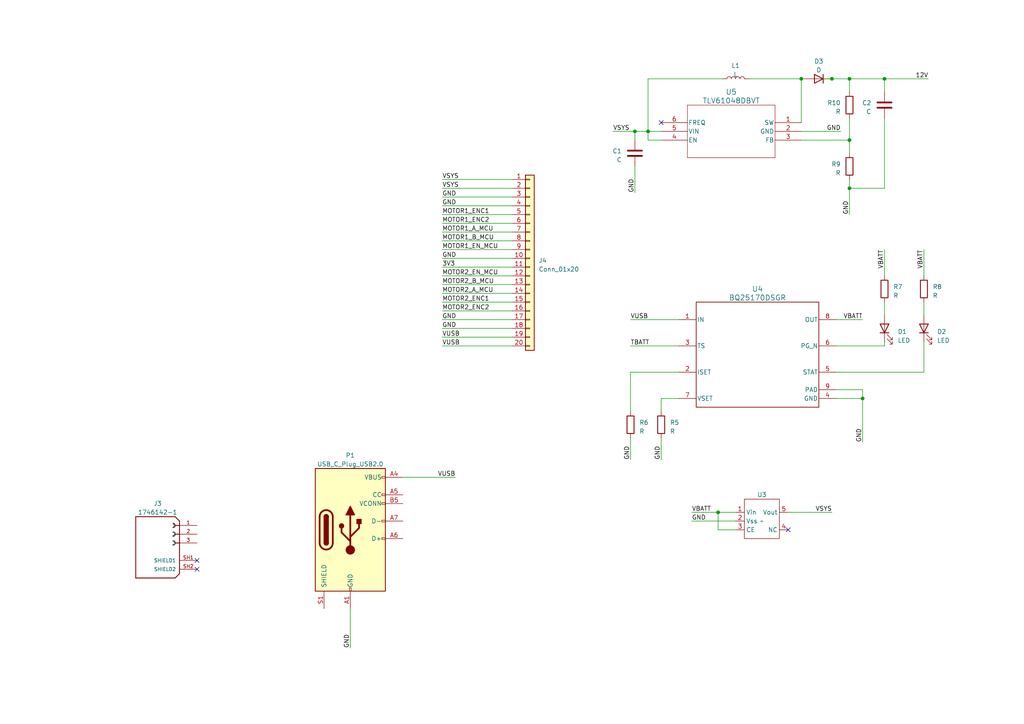
<source format=kicad_sch>
(kicad_sch (version 20230121) (generator eeschema)
  (paper "A4")
  (lib_symbols
    (symbol "1746142-1:1746142-1" (pin_names (offset 1.016))
      (property "Reference" "J" (at -12.7 8.89 0))
      (property "Value" "1746142-1" (at -12.7 -12.7 0))
      (symbol "1746142-1_0_0"
        (arc (start -1.905 -0.635) (mid -1.2727 0) (end -1.905 0.635) (stroke (width 0.254)))
        (arc (start -1.905 1.905) (mid -1.2727 2.54) (end -1.905 3.175) (stroke (width 0.254)))
        (arc (start -1.905 4.445) (mid -1.2727 5.08) (end -1.905 5.715) (stroke (width 0.254)))
        (polyline (pts (xy -12.7 -10.16) (xy -12.7 7.62)) (stroke (width 0.254)))
        (polyline (pts (xy -12.7 7.62) (xy -1.27 7.62)) (stroke (width 0.254)))
        (polyline (pts (xy -1.27 -10.16) (xy -12.7 -10.16)) (stroke (width 0.254)))
        (polyline (pts (xy 0 -8.89) (xy -1.27 -10.16)) (stroke (width 0.254)))
        (polyline (pts (xy 0 0) (xy -1.27 0)) (stroke (width 0.254)))
        (polyline (pts (xy 0 2.54) (xy -1.27 2.54)) (stroke (width 0.254)))
        (polyline (pts (xy 0 5.08) (xy -1.27 5.08)) (stroke (width 0.254)))
        (polyline (pts (xy 0 5.08) (xy 0 -8.89)) (stroke (width 0.254)))
        (polyline (pts (xy 0 6.35) (xy -1.27 7.62)) (stroke (width 0.254)))
        (polyline (pts (xy 0 6.35) (xy 0 5.08)) (stroke (width 0.254)))
        (pin passive line (at 5.08 5.08 180) (length 5.08) (name "1") (number "1"))
        (pin passive line (at 5.08 2.54 180) (length 5.08) (name "2") (number "2"))
        (pin passive line (at 5.08 0 180) (length 5.08) (name "3") (number "3"))
        (pin passive line (at 5.08 -5.08 180) (length 5.08) (name "SHIELD1") (number "SH1"))
        (pin passive line (at 5.08 -7.62 180) (length 5.08) (name "SHIELD2") (number "SH2"))
      )
    )
    (symbol "BQ25170DSGR:BQ25170DSGR" (pin_names (offset 0.254))
      (property "Reference" "U" (at 0 2.54 0))
      (property "Value" "BQ25170DSGR" (at 0 0 0))
      (symbol "BQ25170DSGR_0_1"
        (polyline (pts (xy -17.78 -15.24) (xy 17.78 -15.24)) (stroke (width 0.2032)))
        (polyline (pts (xy -17.78 15.24) (xy -17.78 -15.24)) (stroke (width 0.2032)))
        (polyline (pts (xy 17.78 -15.24) (xy 17.78 15.24)) (stroke (width 0.2032)))
        (polyline (pts (xy 17.78 15.24) (xy -17.78 15.24)) (stroke (width 0.2032)))
        (pin power_in line (at -22.86 10.16 0) (length 5.08) (name "IN") (number "1"))
        (pin input line (at -22.86 -5.08 0) (length 5.08) (name "ISET") (number "2"))
        (pin bidirectional line (at -22.86 2.54 0) (length 5.08) (name "TS") (number "3"))
        (pin power_in line (at 22.86 -12.7 180) (length 5.08) (name "GND") (number "4"))
        (pin output line (at 22.86 -5.08 180) (length 5.08) (name "STAT") (number "5"))
        (pin output line (at 22.86 2.54 180) (length 5.08) (name "PG_N") (number "6"))
        (pin input line (at -22.86 -12.7 0) (length 5.08) (name "VSET") (number "7"))
        (pin output line (at 22.86 10.16 180) (length 5.08) (name "OUT") (number "8"))
        (pin power_in line (at 22.86 -10.16 180) (length 5.08) (name "PAD") (number "9"))
      )
    )
    (symbol "Connector:USB_C_Plug_USB2.0" (pin_names (offset 1.016))
      (property "Reference" "P" (at -10.16 19.05 0))
      (property "Value" "USB_C_Plug_USB2.0" (at 12.7 19.05 0))
      (symbol "USB_C_Plug_USB2.0_0_0"
        (rectangle (start -0.254 -17.78) (end 0.254 -16.764))
        (rectangle (start 10.16 -2.286) (end 9.144 -2.794))
        (rectangle (start 10.16 2.794) (end 9.144 2.286))
        (rectangle (start 10.16 7.874) (end 9.144 7.366))
        (rectangle (start 10.16 10.414) (end 9.144 9.906))
        (rectangle (start 10.16 15.494) (end 9.144 14.986))
      )
      (symbol "USB_C_Plug_USB2.0_0_1"
        (rectangle (start -10.16 17.78) (end 10.16 -17.78) (stroke (width 0.254)) (fill (type background)))
        (arc (start -8.89 -3.81) (mid -6.985 -5.7067) (end -5.08 -3.81) (stroke (width 0.508)))
        (arc (start -7.62 -3.81) (mid -6.985 -4.4423) (end -6.35 -3.81) (stroke (width 0.254)))
        (arc (start -7.62 -3.81) (mid -6.985 -4.4423) (end -6.35 -3.81) (stroke (width 0.254)) (fill (type outline)))
        (rectangle (start -7.62 -3.81) (end -6.35 3.81) (stroke (width 0.254)) (fill (type outline)))
        (arc (start -6.35 3.81) (mid -6.985 4.4423) (end -7.62 3.81) (stroke (width 0.254)))
        (arc (start -6.35 3.81) (mid -6.985 4.4423) (end -7.62 3.81) (stroke (width 0.254)) (fill (type outline)))
        (arc (start -5.08 3.81) (mid -6.985 5.7067) (end -8.89 3.81) (stroke (width 0.508)))
        (circle (center -2.54 1.143) (radius 0.635) (stroke (width 0.254)) (fill (type outline)))
        (circle (center 0 -5.842) (radius 1.27) (fill (type outline)))
        (polyline (pts (xy -8.89 -3.81) (xy -8.89 3.81)) (stroke (width 0.508)))
        (polyline (pts (xy -5.08 3.81) (xy -5.08 -3.81)) (stroke (width 0.508)))
        (polyline (pts (xy 0 -5.842) (xy 0 4.318)) (stroke (width 0.508)))
        (polyline (pts (xy 0 -3.302) (xy -2.54 -0.762) (xy -2.54 0.508)) (stroke (width 0.508)))
        (polyline (pts (xy 0 -2.032) (xy 2.54 0.508) (xy 2.54 1.778)) (stroke (width 0.508)))
        (polyline (pts (xy -1.27 4.318) (xy 0 6.858) (xy 1.27 4.318) (xy -1.27 4.318)) (stroke (width 0.254)) (fill (type outline)))
        (rectangle (start 1.905 1.778) (end 3.175 3.048) (stroke (width 0.254)) (fill (type outline)))
      )
      (symbol "USB_C_Plug_USB2.0_1_1"
        (pin passive line (at 0 -22.86 90) (length 5.08) (name "GND") (number "A1"))
        (pin passive line (at 0 -22.86 90) (length 5.08) hide (name "GND") (number "A12"))
        (pin passive line (at 15.24 15.24 180) (length 5.08) (name "VBUS") (number "A4"))
        (pin bidirectional line (at 15.24 10.16 180) (length 5.08) (name "CC") (number "A5"))
        (pin bidirectional line (at 15.24 -2.54 180) (length 5.08) (name "D+") (number "A6"))
        (pin bidirectional line (at 15.24 2.54 180) (length 5.08) (name "D-") (number "A7"))
        (pin passive line (at 15.24 15.24 180) (length 5.08) hide (name "VBUS") (number "A9"))
        (pin passive line (at 0 -22.86 90) (length 5.08) hide (name "GND") (number "B1"))
        (pin passive line (at 0 -22.86 90) (length 5.08) hide (name "GND") (number "B12"))
        (pin passive line (at 15.24 15.24 180) (length 5.08) hide (name "VBUS") (number "B4"))
        (pin bidirectional line (at 15.24 7.62 180) (length 5.08) (name "VCONN") (number "B5"))
        (pin passive line (at 15.24 15.24 180) (length 5.08) hide (name "VBUS") (number "B9"))
        (pin passive line (at -7.62 -22.86 90) (length 5.08) (name "SHIELD") (number "S1"))
      )
    )
    (symbol "Connector_Generic:Conn_01x20" (pin_names (offset 1.016) hide)
      (property "Reference" "J" (at 0 25.4 0))
      (property "Value" "Conn_01x20" (at 0 -27.94 0))
      (symbol "Conn_01x20_1_1"
        (rectangle (start -1.27 -25.273) (end 0 -25.527) (stroke (width 0.1524)))
        (rectangle (start -1.27 -22.733) (end 0 -22.987) (stroke (width 0.1524)))
        (rectangle (start -1.27 -20.193) (end 0 -20.447) (stroke (width 0.1524)))
        (rectangle (start -1.27 -17.653) (end 0 -17.907) (stroke (width 0.1524)))
        (rectangle (start -1.27 -15.113) (end 0 -15.367) (stroke (width 0.1524)))
        (rectangle (start -1.27 -12.573) (end 0 -12.827) (stroke (width 0.1524)))
        (rectangle (start -1.27 -10.033) (end 0 -10.287) (stroke (width 0.1524)))
        (rectangle (start -1.27 -7.493) (end 0 -7.747) (stroke (width 0.1524)))
        (rectangle (start -1.27 -4.953) (end 0 -5.207) (stroke (width 0.1524)))
        (rectangle (start -1.27 -2.413) (end 0 -2.667) (stroke (width 0.1524)))
        (rectangle (start -1.27 0.127) (end 0 -0.127) (stroke (width 0.1524)))
        (rectangle (start -1.27 2.667) (end 0 2.413) (stroke (width 0.1524)))
        (rectangle (start -1.27 5.207) (end 0 4.953) (stroke (width 0.1524)))
        (rectangle (start -1.27 7.747) (end 0 7.493) (stroke (width 0.1524)))
        (rectangle (start -1.27 10.287) (end 0 10.033) (stroke (width 0.1524)))
        (rectangle (start -1.27 12.827) (end 0 12.573) (stroke (width 0.1524)))
        (rectangle (start -1.27 15.367) (end 0 15.113) (stroke (width 0.1524)))
        (rectangle (start -1.27 17.907) (end 0 17.653) (stroke (width 0.1524)))
        (rectangle (start -1.27 20.447) (end 0 20.193) (stroke (width 0.1524)))
        (rectangle (start -1.27 22.987) (end 0 22.733) (stroke (width 0.1524)))
        (rectangle (start -1.27 24.13) (end 1.27 -26.67) (stroke (width 0.254)) (fill (type background)))
        (pin passive line (at -5.08 22.86 0) (length 3.81) (name "Pin_1") (number "1"))
        (pin passive line (at -5.08 0 0) (length 3.81) (name "Pin_10") (number "10"))
        (pin passive line (at -5.08 -2.54 0) (length 3.81) (name "Pin_11") (number "11"))
        (pin passive line (at -5.08 -5.08 0) (length 3.81) (name "Pin_12") (number "12"))
        (pin passive line (at -5.08 -7.62 0) (length 3.81) (name "Pin_13") (number "13"))
        (pin passive line (at -5.08 -10.16 0) (length 3.81) (name "Pin_14") (number "14"))
        (pin passive line (at -5.08 -12.7 0) (length 3.81) (name "Pin_15") (number "15"))
        (pin passive line (at -5.08 -15.24 0) (length 3.81) (name "Pin_16") (number "16"))
        (pin passive line (at -5.08 -17.78 0) (length 3.81) (name "Pin_17") (number "17"))
        (pin passive line (at -5.08 -20.32 0) (length 3.81) (name "Pin_18") (number "18"))
        (pin passive line (at -5.08 -22.86 0) (length 3.81) (name "Pin_19") (number "19"))
        (pin passive line (at -5.08 20.32 0) (length 3.81) (name "Pin_2") (number "2"))
        (pin passive line (at -5.08 -25.4 0) (length 3.81) (name "Pin_20") (number "20"))
        (pin passive line (at -5.08 17.78 0) (length 3.81) (name "Pin_3") (number "3"))
        (pin passive line (at -5.08 15.24 0) (length 3.81) (name "Pin_4") (number "4"))
        (pin passive line (at -5.08 12.7 0) (length 3.81) (name "Pin_5") (number "5"))
        (pin passive line (at -5.08 10.16 0) (length 3.81) (name "Pin_6") (number "6"))
        (pin passive line (at -5.08 7.62 0) (length 3.81) (name "Pin_7") (number "7"))
        (pin passive line (at -5.08 5.08 0) (length 3.81) (name "Pin_8") (number "8"))
        (pin passive line (at -5.08 2.54 0) (length 3.81) (name "Pin_9") (number "9"))
      )
    )
    (symbol "Device:C" (pin_numbers hide) (pin_names (offset 0.254))
      (property "Reference" "C" (at 0.635 2.54 0))
      (property "Value" "C" (at 0.635 -2.54 0))
      (symbol "C_0_1"
        (polyline (pts (xy -2.032 -0.762) (xy 2.032 -0.762)) (stroke (width 0.508)))
        (polyline (pts (xy -2.032 0.762) (xy 2.032 0.762)) (stroke (width 0.508)))
      )
      (symbol "C_1_1"
        (pin passive line (at 0 3.81 270) (length 2.794) (name "~") (number "1"))
        (pin passive line (at 0 -3.81 90) (length 2.794) (name "~") (number "2"))
      )
    )
    (symbol "Device:D" (pin_numbers hide) (pin_names (offset 1.016) hide)
      (property "Reference" "D" (at 0 2.54 0))
      (property "Value" "D" (at 0 -2.54 0))
      (symbol "D_0_1"
        (polyline (pts (xy -1.27 1.27) (xy -1.27 -1.27)) (stroke (width 0.254)))
        (polyline (pts (xy 1.27 0) (xy -1.27 0)))
        (polyline (pts (xy 1.27 1.27) (xy 1.27 -1.27) (xy -1.27 0) (xy 1.27 1.27)) (stroke (width 0.254)))
      )
      (symbol "D_1_1"
        (pin passive line (at -3.81 0 0) (length 2.54) (name "K") (number "1"))
        (pin passive line (at 3.81 0 180) (length 2.54) (name "A") (number "2"))
      )
    )
    (symbol "Device:L" (pin_numbers hide) (pin_names (offset 1.016) hide)
      (property "Reference" "L" (at -1.27 0 90))
      (property "Value" "L" (at 1.905 0 90))
      (symbol "L_0_1"
        (arc (start 0 -2.54) (mid 0.6323 -1.905) (end 0 -1.27))
        (arc (start 0 -1.27) (mid 0.6323 -0.635) (end 0 0))
        (arc (start 0 0) (mid 0.6323 0.635) (end 0 1.27))
        (arc (start 0 1.27) (mid 0.6323 1.905) (end 0 2.54))
      )
      (symbol "L_1_1"
        (pin passive line (at 0 3.81 270) (length 1.27) (name "1") (number "1"))
        (pin passive line (at 0 -3.81 90) (length 1.27) (name "2") (number "2"))
      )
    )
    (symbol "Device:LED" (pin_numbers hide) (pin_names (offset 1.016) hide)
      (property "Reference" "D" (at 0 2.54 0))
      (property "Value" "LED" (at 0 -2.54 0))
      (symbol "LED_0_1"
        (polyline (pts (xy -1.27 -1.27) (xy -1.27 1.27)) (stroke (width 0.254)))
        (polyline (pts (xy -1.27 0) (xy 1.27 0)))
        (polyline (pts (xy 1.27 -1.27) (xy 1.27 1.27) (xy -1.27 0) (xy 1.27 -1.27)) (stroke (width 0.254)))
        (polyline (pts (xy -3.048 -0.762) (xy -4.572 -2.286) (xy -3.81 -2.286) (xy -4.572 -2.286) (xy -4.572 -1.524)))
        (polyline (pts (xy -1.778 -0.762) (xy -3.302 -2.286) (xy -2.54 -2.286) (xy -3.302 -2.286) (xy -3.302 -1.524)))
      )
      (symbol "LED_1_1"
        (pin passive line (at -3.81 0 0) (length 2.54) (name "K") (number "1"))
        (pin passive line (at 3.81 0 180) (length 2.54) (name "A") (number "2"))
      )
    )
    (symbol "Device:R" (pin_numbers hide) (pin_names (offset 0))
      (property "Reference" "R" (at 2.032 0 90))
      (property "Value" "R" (at 0 0 90))
      (symbol "R_0_1"
        (rectangle (start -1.016 -2.54) (end 1.016 2.54) (stroke (width 0.254)))
      )
      (symbol "R_1_1"
        (pin passive line (at 0 3.81 270) (length 1.27) (name "~") (number "1"))
        (pin passive line (at 0 -3.81 90) (length 1.27) (name "~") (number "2"))
      )
    )
    (symbol "TLV61048DBVT:TLV61048DBVT" (pin_names (offset 0.254))
      (property "Reference" "U" (at 20.32 10.16 0))
      (property "Value" "TLV61048DBVT" (at 20.32 7.62 0))
      (symbol "TLV61048DBVT_0_1"
        (polyline (pts (xy 7.62 -10.16) (xy 33.02 -10.16)) (stroke (width 0.127)))
        (polyline (pts (xy 7.62 5.08) (xy 7.62 -10.16)) (stroke (width 0.127)))
        (polyline (pts (xy 33.02 -10.16) (xy 33.02 5.08)) (stroke (width 0.127)))
        (polyline (pts (xy 33.02 5.08) (xy 7.62 5.08)) (stroke (width 0.127)))
        (pin power_in line (at 0 0 0) (length 7.62) (name "SW") (number "1"))
        (pin power_out line (at 0 -2.54 0) (length 7.62) (name "GND") (number "2"))
        (pin input line (at 0 -5.08 0) (length 7.62) (name "FB") (number "3"))
        (pin input line (at 40.64 -5.08 180) (length 7.62) (name "EN") (number "4"))
        (pin input line (at 40.64 -2.54 180) (length 7.62) (name "VIN") (number "5"))
        (pin input line (at 40.64 0 180) (length 7.62) (name "FREQ") (number "6"))
      )
    )
    (symbol "XC8111:XC8111-MR-G"
      (property "Reference" "U" (at 0 7.62 0))
      (symbol "XC8111-MR-G_0_1"
        (rectangle (start -5.08 6.35) (end 5.08 -5.08))
      )
      (symbol "XC8111-MR-G_1_1"
        (pin input line (at -7.62 2.54 0) (length 2.54) (name "Vin") (number "1"))
        (pin input line (at -7.62 0 0) (length 2.54) (name "Vss") (number "2"))
        (pin input line (at -7.62 -2.54 0) (length 2.54) (name "CE") (number "3"))
        (pin input line (at 7.62 -2.54 180) (length 2.54) (name "NC") (number "4"))
        (pin input line (at 7.62 2.54 180) (length 2.54) (name "Vout") (number "5"))
      )
    )
  )
  (junction (at 256.54 22.86))
  (junction (at 250.19 115.57))
  (junction (at 232.41 22.86))
  (junction (at 246.38 22.86))
  (junction (at 184.15 38.1))
  (junction (at 241.3 22.86))
  (junction (at 246.38 54.61))
  (junction (at 246.38 40.64))
  (junction (at 187.96 38.1))
  (junction (at 208.28 148.59))
  (no_connect (at 228.6 153.67))
  (no_connect (at 191.77 35.56))
  (no_connect (at 57.15 162.56))
  (no_connect (at 57.15 165.1))
  (wire (pts (xy 191.77 115.57) (xy 196.85 115.57)))
  (wire (pts (xy 256.54 34.29) (xy 256.54 54.61)))
  (wire (pts (xy 128.27 62.23) (xy 148.59 62.23)))
  (wire (pts (xy 232.41 22.86) (xy 217.17 22.86)))
  (wire (pts (xy 242.57 100.33) (xy 256.54 100.33)))
  (wire (pts (xy 128.27 82.55) (xy 148.59 82.55)))
  (wire (pts (xy 256.54 22.86) (xy 246.38 22.86)))
  (wire (pts (xy 128.27 85.09) (xy 148.59 85.09)))
  (wire (pts (xy 182.88 119.38) (xy 182.88 107.95)))
  (wire (pts (xy 128.27 87.63) (xy 148.59 87.63)))
  (wire (pts (xy 128.27 57.15) (xy 148.59 57.15)))
  (wire (pts (xy 128.27 95.25) (xy 148.59 95.25)))
  (wire (pts (xy 187.96 38.1) (xy 184.15 38.1)))
  (wire (pts (xy 182.88 100.33) (xy 196.85 100.33)))
  (wire (pts (xy 187.96 22.86) (xy 187.96 38.1)))
  (wire (pts (xy 128.27 52.07) (xy 148.59 52.07)))
  (wire (pts (xy 232.41 35.56) (xy 232.41 22.86)))
  (wire (pts (xy 256.54 72.39) (xy 256.54 80.01)))
  (wire (pts (xy 208.28 153.67) (xy 208.28 148.59)))
  (wire (pts (xy 242.57 92.71) (xy 250.19 92.71)))
  (wire (pts (xy 128.27 74.93) (xy 148.59 74.93)))
  (wire (pts (xy 128.27 69.85) (xy 148.59 69.85)))
  (wire (pts (xy 250.19 128.27) (xy 250.19 115.57)))
  (wire (pts (xy 128.27 67.31) (xy 148.59 67.31)))
  (wire (pts (xy 182.88 107.95) (xy 196.85 107.95)))
  (wire (pts (xy 128.27 90.17) (xy 148.59 90.17)))
  (wire (pts (xy 191.77 127) (xy 191.77 133.35)))
  (wire (pts (xy 101.6 176.53) (xy 101.6 187.96)))
  (wire (pts (xy 246.38 54.61) (xy 246.38 62.23)))
  (wire (pts (xy 232.41 22.86) (xy 233.68 22.86)))
  (wire (pts (xy 128.27 72.39) (xy 148.59 72.39)))
  (wire (pts (xy 246.38 22.86) (xy 246.38 26.67)))
  (wire (pts (xy 128.27 59.69) (xy 148.59 59.69)))
  (wire (pts (xy 242.57 107.95) (xy 267.97 107.95)))
  (wire (pts (xy 128.27 77.47) (xy 148.59 77.47)))
  (wire (pts (xy 256.54 54.61) (xy 246.38 54.61)))
  (wire (pts (xy 128.27 100.33) (xy 148.59 100.33)))
  (wire (pts (xy 269.24 22.86) (xy 256.54 22.86)))
  (wire (pts (xy 246.38 40.64) (xy 246.38 34.29)))
  (wire (pts (xy 250.19 115.57) (xy 250.19 113.03)))
  (wire (pts (xy 267.97 87.63) (xy 267.97 91.44)))
  (wire (pts (xy 238.76 22.86) (xy 241.3 22.86)))
  (wire (pts (xy 128.27 64.77) (xy 148.59 64.77)))
  (wire (pts (xy 256.54 87.63) (xy 256.54 91.44)))
  (wire (pts (xy 232.41 40.64) (xy 246.38 40.64)))
  (wire (pts (xy 228.6 148.59) (xy 241.3 148.59)))
  (wire (pts (xy 246.38 52.07) (xy 246.38 54.61)))
  (wire (pts (xy 209.55 22.86) (xy 187.96 22.86)))
  (wire (pts (xy 256.54 100.33) (xy 256.54 99.06)))
  (wire (pts (xy 128.27 54.61) (xy 148.59 54.61)))
  (wire (pts (xy 184.15 48.26) (xy 184.15 55.88)))
  (wire (pts (xy 200.66 151.13) (xy 213.36 151.13)))
  (wire (pts (xy 191.77 119.38) (xy 191.77 115.57)))
  (wire (pts (xy 243.84 38.1) (xy 232.41 38.1)))
  (wire (pts (xy 256.54 26.67) (xy 256.54 22.86)))
  (wire (pts (xy 242.57 115.57) (xy 250.19 115.57)))
  (wire (pts (xy 184.15 38.1) (xy 177.8 38.1)))
  (wire (pts (xy 213.36 153.67) (xy 208.28 153.67)))
  (wire (pts (xy 200.66 148.59) (xy 208.28 148.59)))
  (wire (pts (xy 182.88 92.71) (xy 196.85 92.71)))
  (wire (pts (xy 128.27 80.01) (xy 148.59 80.01)))
  (wire (pts (xy 191.77 40.64) (xy 187.96 40.64)))
  (wire (pts (xy 128.27 97.79) (xy 148.59 97.79)))
  (wire (pts (xy 184.15 38.1) (xy 184.15 40.64)))
  (wire (pts (xy 128.27 92.71) (xy 148.59 92.71)))
  (wire (pts (xy 182.88 127) (xy 182.88 133.35)))
  (wire (pts (xy 191.77 38.1) (xy 187.96 38.1)))
  (wire (pts (xy 187.96 40.64) (xy 187.96 38.1)))
  (wire (pts (xy 116.84 138.43) (xy 132.08 138.43)))
  (wire (pts (xy 267.97 107.95) (xy 267.97 99.06)))
  (wire (pts (xy 246.38 40.64) (xy 246.38 44.45)))
  (wire (pts (xy 208.28 148.59) (xy 213.36 148.59)))
  (wire (pts (xy 242.57 113.03) (xy 250.19 113.03)))
  (wire (pts (xy 241.3 22.86) (xy 246.38 22.86)))
  (wire (pts (xy 267.97 72.39) (xy 267.97 80.01)))
  (label "MOTOR1_ENC1" (at 128.27 62.23 0))
  (label "VUSB" (at 132.08 138.43 180))
  (label "VUSB" (at 128.27 100.33 0))
  (label "MOTOR2_B_MCU" (at 128.27 82.55 0))
  (label "GND" (at 184.15 55.88 90))
  (label "VBATT" (at 250.19 92.71 180))
  (label "GND" (at 128.27 59.69 0))
  (label "MOTOR2_A_MCU" (at 128.27 85.09 0))
  (label "GND" (at 200.66 151.13 0))
  (label "VSYS" (at 177.8 38.1 0))
  (label "VBATT" (at 200.66 148.59 0))
  (label "VUSB" (at 182.88 92.71 0))
  (label "VSYS" (at 128.27 52.07 0))
  (label "3V3" (at 128.27 77.47 0))
  (label "GND" (at 191.77 133.35 90))
  (label "VSYS" (at 128.27 54.61 0))
  (label "MOTOR1_ENC2" (at 128.27 64.77 0))
  (label "GND" (at 101.6 187.96 90))
  (label "GND" (at 128.27 92.71 0))
  (label "GND" (at 182.88 133.35 90))
  (label "MOTOR1_EN_MCU" (at 128.27 72.39 0))
  (label "MOTOR1_A_MCU" (at 128.27 67.31 0))
  (label "GND" (at 128.27 95.25 0))
  (label "GND" (at 243.84 38.1 180))
  (label "GND" (at 128.27 74.93 0))
  (label "GND" (at 128.27 57.15 0))
  (label "MOTOR2_ENC2" (at 128.27 90.17 0))
  (label "MOTOR2_ENC1" (at 128.27 87.63 0))
  (label "MOTOR1_B_MCU" (at 128.27 69.85 0))
  (label "TBATT" (at 182.88 100.33 0))
  (label "VBATT" (at 256.54 72.39 270))
  (label "VBATT" (at 267.97 72.39 270))
  (label "VUSB" (at 128.27 97.79 0))
  (label "VSYS" (at 241.3 148.59 180))
  (label "GND" (at 250.19 128.27 90))
  (label "12V" (at 269.24 22.86 180))
  (label "GND" (at 246.38 62.23 90))
  (label "MOTOR2_EN_MCU" (at 128.27 80.01 0))
  (symbol (lib_id "BQ25170DSGR:BQ25170DSGR") (at 219.71 102.87 0) (unit 1)
    (property "Reference" "U4" (at 219.71 83.82 0) (effects (font (size 1.524 1.524))))
    (property "Value" "BQ25170DSGR" (at 219.71 86.36 0) (effects (font (size 1.524 1.524))))
    (property "Footprint" "footprints:BQ25170DSGR_NV" (effects hide))
    (property "Datasheet" "BQ25170DSGR" (effects hide))
  )
  (symbol (lib_id "Device:R") (at 246.38 48.26 0) (mirror y) (unit 1)
    (property "Reference" "R9" (at 243.84 47.625 0) (effects (justify left)))
    (property "Value" "R" (at 243.84 50.165 0) (effects (justify left)))
  )
  (symbol (lib_id "XC8111:XC8111-MR-G") (at 220.98 151.13 0) (unit 1)
    (property "Reference" "U3" (at 220.98 143.51 0))
    (property "Value" "~" (at 220.98 151.13 0))
    (property "Footprint" "Package_TO_SOT_SMD:SOT-23-5" (effects hide))
  )
  (symbol (lib_id "Device:LED") (at 267.97 95.25 90) (unit 1)
    (property "Reference" "D2" (at 271.78 96.2025 90) (effects (justify right)))
    (property "Value" "LED" (at 271.78 98.7425 90) (effects (justify right)))
    (property "Footprint" "LED_SMD:LED_0603_1608Metric" (effects hide))
  )
  (symbol (lib_id "Device:R") (at 256.54 83.82 0) (unit 1)
    (property "Reference" "R7" (at 259.08 83.185 0) (effects (justify left)))
    (property "Value" "R" (at 259.08 85.725 0) (effects (justify left)))
    (property "Footprint" "Resistor_SMD:R_0603_1608Metric" (effects hide))
  )
  (symbol (lib_id "Connector_Generic:Conn_01x20") (at 153.67 74.93 0) (unit 1)
    (property "Reference" "J4" (at 156.21 75.565 0) (effects (justify left)))
    (property "Value" "Conn_01x20" (at 156.21 78.105 0) (effects (justify left)))
    (property "Footprint" "footprints:TE_2-1734839-0" (effects hide))
  )
  (symbol (lib_id "Device:LED") (at 256.54 95.25 90) (unit 1)
    (property "Reference" "D1" (at 260.35 96.2025 90) (effects (justify right)))
    (property "Value" "LED" (at 260.35 98.7425 90) (effects (justify right)))
    (property "Footprint" "LED_SMD:LED_0603_1608Metric" (effects hide))
  )
  (symbol (lib_id "Device:C") (at 184.15 44.45 0) (mirror y) (unit 1)
    (property "Reference" "C1" (at 180.34 43.815 0) (effects (justify left)))
    (property "Value" "C" (at 180.34 46.355 0) (effects (justify left)))
  )
  (symbol (lib_id "Connector:USB_C_Plug_USB2.0") (at 101.6 153.67 0) (unit 1)
    (property "Reference" "P1" (at 101.6 132.08 0))
    (property "Value" "USB_C_Plug_USB2.0" (at 101.6 134.62 0))
    (property "Footprint" "Connector_USB:USB_C_Receptacle_GCT_USB4135-GF-A_6P_TopMnt_Horizontal" (effects hide))
    (property "Datasheet" "https://www.usb.org/sites/default/files/documents/usb_type-c.zip" (effects hide))
  )
  (symbol (lib_id "Device:L") (at 213.36 22.86 270) (mirror x) (unit 1)
    (property "Reference" "L1" (at 213.36 19.05 90))
    (property "Value" "L" (at 213.36 21.59 90))
  )
  (symbol (lib_id "Device:R") (at 182.88 123.19 0) (unit 1)
    (property "Reference" "R6" (at 185.42 122.555 0) (effects (justify left)))
    (property "Value" "R" (at 185.42 125.095 0) (effects (justify left)))
    (property "Footprint" "Resistor_SMD:R_0603_1608Metric" (effects hide))
  )
  (symbol (lib_id "Device:R") (at 267.97 83.82 0) (unit 1)
    (property "Reference" "R8" (at 270.51 83.185 0) (effects (justify left)))
    (property "Value" "R" (at 270.51 85.725 0) (effects (justify left)))
    (property "Footprint" "Resistor_SMD:R_0603_1608Metric" (effects hide))
  )
  (symbol (lib_id "Device:D") (at 237.49 22.86 0) (mirror y) (unit 1)
    (property "Reference" "D3" (at 237.49 17.78 0))
    (property "Value" "D" (at 237.49 20.32 0))
    (property "Sim.Device" "D" (effects hide))
    (property "Sim.Pins" "1=K 2=A" (effects hide))
  )
  (symbol (lib_id "1746142-1:1746142-1") (at 52.07 157.48 0) (unit 1)
    (property "Reference" "J3" (at 45.72 146.05 0))
    (property "Value" "1746142-1" (at 45.72 148.59 0))
    (property "Footprint" "footprints:TE_1746142-1" (effects hide))
    (property "DigiKey_Part_Number" "A107932TR-ND" (effects hide))
    (property "MF" "TE Connectivity AMP Connectors" (effects hide))
    (property "MAXIMUM_PACKAGE_HEIGHT" "6.6 mm" (effects hide))
    (property "Package" "None" (effects hide))
    (property "Check_prices" "https://www.snapeda.com/parts/1746142-1/TE+Connectivity/view-part/?ref=eda" (effects hide))
    (property "STANDARD" "Manufacturer Recommendations" (effects hide))
    (property "PARTREV" "01" (effects hide))
    (property "SnapEDA_Link" "https://www.snapeda.com/parts/1746142-1/TE+Connectivity/view-part/?ref=snap" (effects hide))
    (property "MP" "1746142-1" (effects hide))
    (property "Purchase-URL" "https://www.snapeda.com/api/url_track_click_mouser/?unipart_id=8464006&manufacturer=TE Connectivity AMP Connectors&part_name=1746142-1&search_term=None" (effects hide))
    (property "Description" "\n3 Position Spring Battery Contact Connector Surface Mount, Right Angle\n" (effects hide))
    (property "MANUFACTURER" "TE Connectivity" (effects hide))
  )
  (symbol (lib_id "TLV61048DBVT:TLV61048DBVT") (at 232.41 35.56 0) (mirror y) (unit 1)
    (property "Reference" "U5" (at 212.09 26.67 0) (effects (font (size 1.524 1.524))))
    (property "Value" "TLV61048DBVT" (at 212.09 29.21 0) (effects (font (size 1.524 1.524))))
    (property "Footprint" "SOT23-6_DBV_TEX" (effects hide))
    (property "Datasheet" "TLV61048DBVT" (effects hide))
  )
  (symbol (lib_id "Device:C") (at 256.54 30.48 0) (mirror y) (unit 1)
    (property "Reference" "C2" (at 252.73 29.845 0) (effects (justify left)))
    (property "Value" "C" (at 252.73 32.385 0) (effects (justify left)))
  )
  (symbol (lib_id "Device:R") (at 191.77 123.19 0) (unit 1)
    (property "Reference" "R5" (at 194.31 122.555 0) (effects (justify left)))
    (property "Value" "R" (at 194.31 125.095 0) (effects (justify left)))
    (property "Footprint" "Resistor_SMD:R_0603_1608Metric" (effects hide))
  )
  (symbol (lib_id "Device:R") (at 246.38 30.48 0) (mirror y) (unit 1)
    (property "Reference" "R10" (at 243.84 29.845 0) (effects (justify left)))
    (property "Value" "R" (at 243.84 32.385 0) (effects (justify left)))
  )
)
</source>
